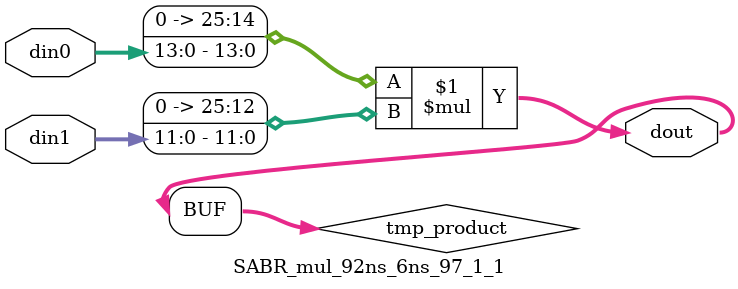
<source format=v>

`timescale 1 ns / 1 ps

 module SABR_mul_92ns_6ns_97_1_1(din0, din1, dout);
parameter ID = 1;
parameter NUM_STAGE = 0;
parameter din0_WIDTH = 14;
parameter din1_WIDTH = 12;
parameter dout_WIDTH = 26;

input [din0_WIDTH - 1 : 0] din0; 
input [din1_WIDTH - 1 : 0] din1; 
output [dout_WIDTH - 1 : 0] dout;

wire signed [dout_WIDTH - 1 : 0] tmp_product;
























assign tmp_product = $signed({1'b0, din0}) * $signed({1'b0, din1});











assign dout = tmp_product;





















endmodule

</source>
